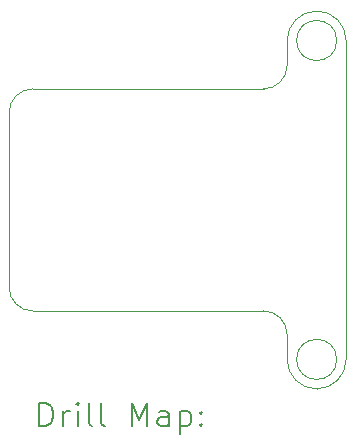
<source format=gbr>
%TF.GenerationSoftware,KiCad,Pcbnew,7.0.9*%
%TF.CreationDate,2024-02-11T18:26:17+01:00*%
%TF.ProjectId,8x2 backpack,38783220-6261-4636-9b70-61636b2e6b69,rev?*%
%TF.SameCoordinates,Original*%
%TF.FileFunction,Drillmap*%
%TF.FilePolarity,Positive*%
%FSLAX45Y45*%
G04 Gerber Fmt 4.5, Leading zero omitted, Abs format (unit mm)*
G04 Created by KiCad (PCBNEW 7.0.9) date 2024-02-11 18:26:17*
%MOMM*%
%LPD*%
G01*
G04 APERTURE LIST*
%ADD10C,0.100000*%
%ADD11C,0.200000*%
G04 APERTURE END LIST*
D10*
X6270000Y-5748000D02*
G75*
G03*
X6270000Y-5748000I-170000J0D01*
G01*
X6350000Y-3048000D02*
G75*
G03*
X6100000Y-2798000I-250000J0D01*
G01*
X3495700Y-5137600D02*
G75*
G03*
X3695700Y-5337600I200000J0D01*
G01*
X5850000Y-3258000D02*
X5849827Y-3048206D01*
X6100000Y-5998000D02*
G75*
G03*
X6350000Y-5748000I0J250000D01*
G01*
X5850000Y-5537600D02*
G75*
G03*
X5650000Y-5337600I-200000J0D01*
G01*
X5850000Y-5748000D02*
G75*
G03*
X6100000Y-5998000I250000J0D01*
G01*
X6099827Y-2798007D02*
G75*
G03*
X5849827Y-3048206I-7J-249993D01*
G01*
X5850000Y-5748000D02*
X5850000Y-5537600D01*
X6100000Y-5998000D02*
X6100000Y-5998000D01*
X5650000Y-3458000D02*
X3695700Y-3458000D01*
X6350000Y-3048000D02*
X6350000Y-5748000D01*
X6099827Y-2798000D02*
X6100000Y-2798000D01*
X5650000Y-3458000D02*
G75*
G03*
X5850000Y-3258000I0J200000D01*
G01*
X3495700Y-3658000D02*
X3495700Y-5137600D01*
X6270000Y-3048000D02*
G75*
G03*
X6270000Y-3048000I-170000J0D01*
G01*
X3695700Y-5337600D02*
X5650000Y-5337600D01*
X3695700Y-3458000D02*
G75*
G03*
X3495700Y-3658000I0J-200000D01*
G01*
D11*
X3751477Y-6314484D02*
X3751477Y-6114484D01*
X3751477Y-6114484D02*
X3799096Y-6114484D01*
X3799096Y-6114484D02*
X3827667Y-6124008D01*
X3827667Y-6124008D02*
X3846715Y-6143055D01*
X3846715Y-6143055D02*
X3856239Y-6162103D01*
X3856239Y-6162103D02*
X3865762Y-6200198D01*
X3865762Y-6200198D02*
X3865762Y-6228769D01*
X3865762Y-6228769D02*
X3856239Y-6266865D01*
X3856239Y-6266865D02*
X3846715Y-6285912D01*
X3846715Y-6285912D02*
X3827667Y-6304960D01*
X3827667Y-6304960D02*
X3799096Y-6314484D01*
X3799096Y-6314484D02*
X3751477Y-6314484D01*
X3951477Y-6314484D02*
X3951477Y-6181150D01*
X3951477Y-6219246D02*
X3961001Y-6200198D01*
X3961001Y-6200198D02*
X3970524Y-6190674D01*
X3970524Y-6190674D02*
X3989572Y-6181150D01*
X3989572Y-6181150D02*
X4008620Y-6181150D01*
X4075286Y-6314484D02*
X4075286Y-6181150D01*
X4075286Y-6114484D02*
X4065762Y-6124008D01*
X4065762Y-6124008D02*
X4075286Y-6133531D01*
X4075286Y-6133531D02*
X4084810Y-6124008D01*
X4084810Y-6124008D02*
X4075286Y-6114484D01*
X4075286Y-6114484D02*
X4075286Y-6133531D01*
X4199096Y-6314484D02*
X4180048Y-6304960D01*
X4180048Y-6304960D02*
X4170524Y-6285912D01*
X4170524Y-6285912D02*
X4170524Y-6114484D01*
X4303858Y-6314484D02*
X4284810Y-6304960D01*
X4284810Y-6304960D02*
X4275286Y-6285912D01*
X4275286Y-6285912D02*
X4275286Y-6114484D01*
X4532429Y-6314484D02*
X4532429Y-6114484D01*
X4532429Y-6114484D02*
X4599096Y-6257341D01*
X4599096Y-6257341D02*
X4665763Y-6114484D01*
X4665763Y-6114484D02*
X4665763Y-6314484D01*
X4846715Y-6314484D02*
X4846715Y-6209722D01*
X4846715Y-6209722D02*
X4837191Y-6190674D01*
X4837191Y-6190674D02*
X4818144Y-6181150D01*
X4818144Y-6181150D02*
X4780048Y-6181150D01*
X4780048Y-6181150D02*
X4761001Y-6190674D01*
X4846715Y-6304960D02*
X4827667Y-6314484D01*
X4827667Y-6314484D02*
X4780048Y-6314484D01*
X4780048Y-6314484D02*
X4761001Y-6304960D01*
X4761001Y-6304960D02*
X4751477Y-6285912D01*
X4751477Y-6285912D02*
X4751477Y-6266865D01*
X4751477Y-6266865D02*
X4761001Y-6247817D01*
X4761001Y-6247817D02*
X4780048Y-6238293D01*
X4780048Y-6238293D02*
X4827667Y-6238293D01*
X4827667Y-6238293D02*
X4846715Y-6228769D01*
X4941953Y-6181150D02*
X4941953Y-6381150D01*
X4941953Y-6190674D02*
X4961001Y-6181150D01*
X4961001Y-6181150D02*
X4999096Y-6181150D01*
X4999096Y-6181150D02*
X5018144Y-6190674D01*
X5018144Y-6190674D02*
X5027667Y-6200198D01*
X5027667Y-6200198D02*
X5037191Y-6219246D01*
X5037191Y-6219246D02*
X5037191Y-6276388D01*
X5037191Y-6276388D02*
X5027667Y-6295436D01*
X5027667Y-6295436D02*
X5018144Y-6304960D01*
X5018144Y-6304960D02*
X4999096Y-6314484D01*
X4999096Y-6314484D02*
X4961001Y-6314484D01*
X4961001Y-6314484D02*
X4941953Y-6304960D01*
X5122905Y-6295436D02*
X5132429Y-6304960D01*
X5132429Y-6304960D02*
X5122905Y-6314484D01*
X5122905Y-6314484D02*
X5113382Y-6304960D01*
X5113382Y-6304960D02*
X5122905Y-6295436D01*
X5122905Y-6295436D02*
X5122905Y-6314484D01*
X5122905Y-6190674D02*
X5132429Y-6200198D01*
X5132429Y-6200198D02*
X5122905Y-6209722D01*
X5122905Y-6209722D02*
X5113382Y-6200198D01*
X5113382Y-6200198D02*
X5122905Y-6190674D01*
X5122905Y-6190674D02*
X5122905Y-6209722D01*
M02*

</source>
